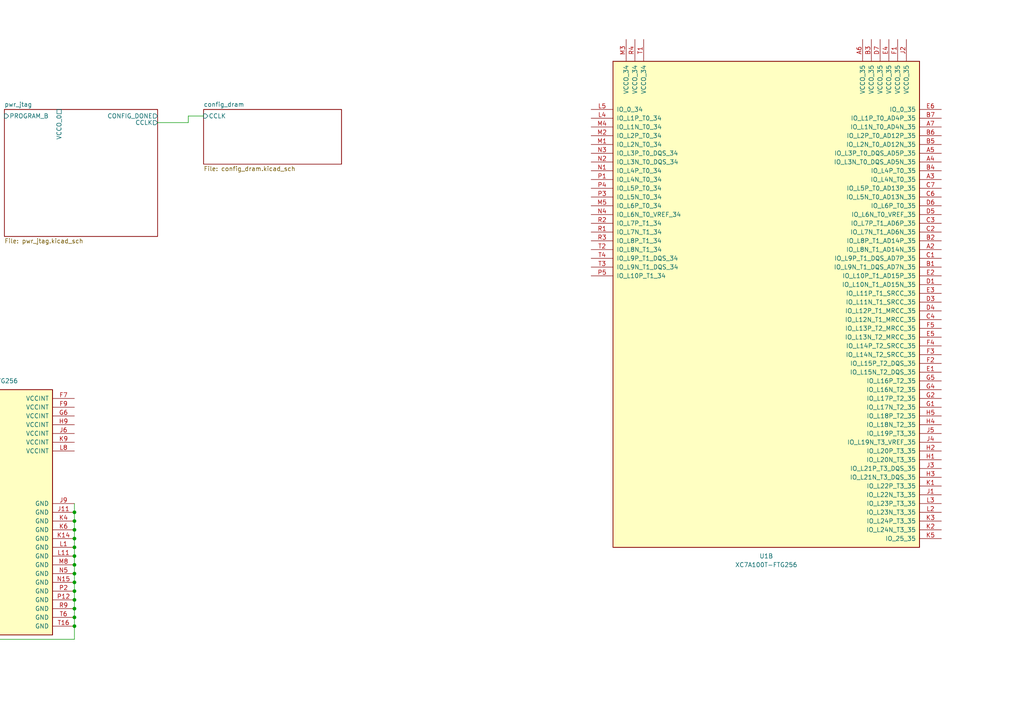
<source format=kicad_sch>
(kicad_sch (version 20211123) (generator eeschema)
  (paper "A4")
  (title_block (title "VGA Centrifuge FPGA board") (rev "R1") (comment 1 "Author: Paolo Celati"))
  (lib_symbols
    (symbol "FPGA_Xilinx_Artix7:XC7A100T-FTG256" (pin_names (offset 1.016))
      (property "Reference" "U" (at 0 1.27 0))
      (property "Value" "XC7A100T-FTG256" (at 0 -1.27 0))
      (symbol "XC7A100T-FTG256_1_1"
        (rectangle (start -44.45 67.31) (end 44.45 -73.66) (stroke (width 0.254)) (fill (type background)))
        (pin bidirectional line (at 50.8 38.1 180) (length 6.35) (name "IO_L3N_T0_DQS_AD1N_15") (number "A10"))
        (pin bidirectional line (at 50.8 27.94 180) (length 6.35) (name "IO_L5N_T0_AD9N_15") (number "A12"))
        (pin bidirectional line (at 50.8 20.32 180) (length 6.35) (name "IO_L7P_T1_AD2P_15") (number "A13"))
        (pin bidirectional line (at 50.8 17.78 180) (length 6.35) (name "IO_L7N_T1_AD2N_15") (number "A14"))
        (pin bidirectional line (at 50.8 7.62 180) (length 6.35) (name "IO_L9N_T1_DQS_AD3N_15") (number "A15"))
        (pin power_in line (at 27.94 73.66 270) (length 6.35) (name "VCCO_15") (number "A16"))
        (pin bidirectional line (at 50.8 45.72 180) (length 6.35) (name "IO_L2P_T0_AD8P_15") (number "A8"))
        (pin bidirectional line (at 50.8 43.18 180) (length 6.35) (name "IO_L2N_T0_AD8N_15") (number "A9"))
        (pin bidirectional line (at 50.8 35.56 180) (length 6.35) (name "IO_L4P_T0_15") (number "B10"))
        (pin bidirectional line (at 50.8 33.02 180) (length 6.35) (name "IO_L4N_T0_15") (number "B11"))
        (pin bidirectional line (at 50.8 30.48 180) (length 6.35) (name "IO_L5P_T0_AD9P_15") (number "B12"))
        (pin power_in line (at 30.48 73.66 270) (length 6.35) (name "VCCO_15") (number "B13"))
        (pin bidirectional line (at 50.8 12.7 180) (length 6.35) (name "IO_L8N_T1_AD10N_15") (number "B14"))
        (pin bidirectional line (at 50.8 10.16 180) (length 6.35) (name "IO_L9P_T1_DQS_AD3P_15") (number "B15"))
        (pin bidirectional line (at 50.8 2.54 180) (length 6.35) (name "IO_L10N_T1_AD11N_15") (number "B16"))
        (pin bidirectional line (at 50.8 40.64 180) (length 6.35) (name "IO_L3P_T0_DQS_AD1P_15") (number "B9"))
        (pin power_in line (at 33.02 73.66 270) (length 6.35) (name "VCCO_15") (number "C10"))
        (pin bidirectional line (at 50.8 0 180) (length 6.35) (name "IO_L11P_T1_SRCC_15") (number "C11"))
        (pin bidirectional line (at 50.8 -2.54 180) (length 6.35) (name "IO_L11N_T1_SRCC_15") (number "C12"))
        (pin bidirectional line (at 50.8 -7.62 180) (length 6.35) (name "IO_L12N_T1_MRCC_15") (number "C13"))
        (pin bidirectional line (at 50.8 15.24 180) (length 6.35) (name "IO_L8P_T1_AD10P_15") (number "C14"))
        (pin bidirectional line (at 50.8 5.08 180) (length 6.35) (name "IO_L10P_T1_AD11P_15") (number "C16"))
        (pin bidirectional line (at 50.8 50.8 180) (length 6.35) (name "IO_L1P_T0_AD0P_15") (number "C8"))
        (pin bidirectional line (at 50.8 48.26 180) (length 6.35) (name "IO_L1N_T0_AD0N_15") (number "C9"))
        (pin bidirectional line (at 50.8 53.34 180) (length 6.35) (name "IO_0_15") (number "D10"))
        (pin bidirectional line (at 50.8 -17.78 180) (length 6.35) (name "IO_L14N_T2_SRCC_15") (number "D11"))
        (pin bidirectional line (at 50.8 -5.08 180) (length 6.35) (name "IO_L12P_T1_MRCC_15") (number "D13"))
        (pin bidirectional line (at 50.8 -20.32 180) (length 6.35) (name "IO_L15P_T2_DQS_15") (number "D14"))
        (pin bidirectional line (at 50.8 -22.86 180) (length 6.35) (name "IO_L15N_T2_DQS_ADV_B_15") (number "D15"))
        (pin bidirectional line (at 50.8 -33.02 180) (length 6.35) (name "IO_L17N_T2_A25_15") (number "D16"))
        (pin bidirectional line (at 50.8 25.4 180) (length 6.35) (name "IO_L6P_T0_15") (number "D8"))
        (pin bidirectional line (at 50.8 22.86 180) (length 6.35) (name "IO_L6N_T0_VREF_15") (number "D9"))
        (pin bidirectional line (at 50.8 -15.24 180) (length 6.35) (name "IO_L14P_T2_SRCC_15") (number "E11"))
        (pin bidirectional line (at 50.8 -10.16 180) (length 6.35) (name "IO_L13P_T2_MRCC_15") (number "E12"))
        (pin bidirectional line (at 50.8 -12.7 180) (length 6.35) (name "IO_L13N_T2_MRCC_15") (number "E13"))
        (pin power_in line (at 35.56 73.66 270) (length 6.35) (name "VCCO_15") (number "E14"))
        (pin bidirectional line (at 50.8 -38.1 180) (length 6.35) (name "IO_L18N_T2_A23_15") (number "E15"))
        (pin bidirectional line (at 50.8 -30.48 180) (length 6.35) (name "IO_L17P_T2_A26_15") (number "E16"))
        (pin bidirectional line (at 50.8 -25.4 180) (length 6.35) (name "IO_L16P_T2_A28_15") (number "F12"))
        (pin bidirectional line (at 50.8 -27.94 180) (length 6.35) (name "IO_L16N_T2_A27_15") (number "F13"))
        (pin bidirectional line (at 50.8 -53.34 180) (length 6.35) (name "IO_L21N_T3_DQS_A18_15") (number "F14"))
        (pin bidirectional line (at 50.8 -35.56 180) (length 6.35) (name "IO_L18P_T2_A24_15") (number "F15"))
        (pin bidirectional line (at 50.8 -71.12 180) (length 6.35) (name "IO_25_15") (number "G11"))
        (pin bidirectional line (at 50.8 -43.18 180) (length 6.35) (name "IO_L19N_T3_A21_VREF_15") (number "G12"))
        (pin bidirectional line (at 50.8 -50.8 180) (length 6.35) (name "IO_L21P_T3_DQS_15") (number "G14"))
        (pin bidirectional line (at 50.8 -68.58 180) (length 6.35) (name "IO_L24N_T3_RS0_15") (number "G15"))
        (pin bidirectional line (at 50.8 -58.42 180) (length 6.35) (name "IO_L22N_T3_A16_15") (number "G16"))
        (pin bidirectional line (at 50.8 -40.64 180) (length 6.35) (name "IO_L19P_T3_A22_15") (number "H11"))
        (pin bidirectional line (at 50.8 -45.72 180) (length 6.35) (name "IO_L20P_T3_A20_15") (number "H12"))
        (pin bidirectional line (at 50.8 -48.26 180) (length 6.35) (name "IO_L20N_T3_A19_15") (number "H13"))
        (pin bidirectional line (at 50.8 -66.04 180) (length 6.35) (name "IO_L24P_T3_RS1_15") (number "H14"))
        (pin power_in line (at 38.1 73.66 270) (length 6.35) (name "VCCO_15") (number "H15"))
        (pin bidirectional line (at 50.8 -55.88 180) (length 6.35) (name "IO_L22P_T3_A17_15") (number "H16"))
        (pin power_in line (at 40.64 73.66 270) (length 6.35) (name "VCCO_15") (number "J12"))
        (pin bidirectional line (at -50.8 50.8 0) (length 6.35) (name "IO_L1P_T0_D00_MOSI_14") (number "J13"))
        (pin bidirectional line (at -50.8 48.26 0) (length 6.35) (name "IO_L1N_T0_D01_DIN_14") (number "J14"))
        (pin bidirectional line (at 50.8 -60.96 180) (length 6.35) (name "IO_L23P_T3_FOE_B_15") (number "J15"))
        (pin bidirectional line (at 50.8 -63.5 180) (length 6.35) (name "IO_L23N_T3_FWE_B_15") (number "J16"))
        (pin bidirectional line (at -50.8 53.34 0) (length 6.35) (name "IO_0_14") (number "K12"))
        (pin bidirectional line (at -50.8 30.48 0) (length 6.35) (name "IO_L5P_T0_D06_14") (number "K13"))
        (pin bidirectional line (at -50.8 45.72 0) (length 6.35) (name "IO_L2P_T0_D02_14") (number "K15"))
        (pin bidirectional line (at -50.8 43.18 0) (length 6.35) (name "IO_L2N_T0_D03_14") (number "K16"))
        (pin bidirectional line (at -50.8 25.4 0) (length 6.35) (name "IO_L6P_T0_FCS_B_14") (number "L12"))
        (pin bidirectional line (at -50.8 27.94 0) (length 6.35) (name "IO_L5N_T0_D07_14") (number "L13"))
        (pin bidirectional line (at -50.8 35.56 0) (length 6.35) (name "IO_L4P_T0_D04_14") (number "L14"))
        (pin bidirectional line (at -50.8 40.64 0) (length 6.35) (name "IO_L3P_T0_DQS_PUDC_B_14") (number "L15"))
        (pin power_in line (at -40.64 73.66 270) (length 6.35) (name "VCCO_14") (number "L16"))
        (pin bidirectional line (at -50.8 22.86 0) (length 6.35) (name "IO_L6N_T0_D08_VREF_14") (number "M12"))
        (pin power_in line (at -38.1 73.66 270) (length 6.35) (name "VCCO_14") (number "M13"))
        (pin bidirectional line (at -50.8 33.02 0) (length 6.35) (name "IO_L4N_T0_D05_14") (number "M14"))
        (pin bidirectional line (at -50.8 38.1 0) (length 6.35) (name "IO_L3N_T0_DQS_EMCCLK_14") (number "M15"))
        (pin bidirectional line (at -50.8 20.32 0) (length 6.35) (name "IO_L7P_T1_D09_14") (number "M16"))
        (pin bidirectional line (at -50.8 -40.64 0) (length 6.35) (name "IO_L19P_T3_A10_D26_14") (number "M6"))
        (pin power_in line (at -35.56 73.66 270) (length 6.35) (name "VCCO_14") (number "N10"))
        (pin bidirectional line (at -50.8 -10.16 0) (length 6.35) (name "IO_L13P_T2_MRCC_14") (number "N11"))
        (pin bidirectional line (at -50.8 -12.7 0) (length 6.35) (name "IO_L13N_T2_MRCC_14") (number "N12"))
        (pin bidirectional line (at -50.8 0 0) (length 6.35) (name "IO_L11P_T1_SRCC_14") (number "N13"))
        (pin bidirectional line (at -50.8 -5.08 0) (length 6.35) (name "IO_L12P_T1_MRCC_14") (number "N14"))
        (pin bidirectional line (at -50.8 17.78 0) (length 6.35) (name "IO_L7N_T1_D10_14") (number "N16"))
        (pin bidirectional line (at -50.8 -43.18 0) (length 6.35) (name "IO_L19N_T3_A09_D25_VREF_14") (number "N6"))
        (pin bidirectional line (at -50.8 -35.56 0) (length 6.35) (name "IO_L18P_T2_A12_D28_14") (number "N9"))
        (pin bidirectional line (at -50.8 -15.24 0) (length 6.35) (name "IO_L14P_T2_SRCC_14") (number "P10"))
        (pin bidirectional line (at -50.8 -17.78 0) (length 6.35) (name "IO_L14N_T2_SRCC_14") (number "P11"))
        (pin bidirectional line (at -50.8 -2.54 0) (length 6.35) (name "IO_L11N_T1_SRCC_14") (number "P13"))
        (pin bidirectional line (at -50.8 -7.62 0) (length 6.35) (name "IO_L12N_T1_MRCC_14") (number "P14"))
        (pin bidirectional line (at -50.8 15.24 0) (length 6.35) (name "IO_L8P_T1_D11_14") (number "P15"))
        (pin bidirectional line (at -50.8 12.7 0) (length 6.35) (name "IO_L8N_T1_D12_14") (number "P16"))
        (pin bidirectional line (at -50.8 -71.12 0) (length 6.35) (name "IO_25_14") (number "P6"))
        (pin power_in line (at -33.02 73.66 270) (length 6.35) (name "VCCO_14") (number "P7"))
        (pin bidirectional line (at -50.8 -45.72 0) (length 6.35) (name "IO_L20P_T3_A08_D24_14") (number "P8"))
        (pin bidirectional line (at -50.8 -38.1 0) (length 6.35) (name "IO_L18N_T2_A11_D27_14") (number "P9"))
        (pin bidirectional line (at -50.8 -30.48 0) (length 6.35) (name "IO_L17P_T2_A14_D30_14") (number "R10"))
        (pin bidirectional line (at -50.8 -33.02 0) (length 6.35) (name "IO_L17N_T2_A13_D29_14") (number "R11"))
        (pin bidirectional line (at -50.8 -20.32 0) (length 6.35) (name "IO_L15P_T2_DQS_RDWR_B_14") (number "R12"))
        (pin bidirectional line (at -50.8 -25.4 0) (length 6.35) (name "IO_L16P_T2_CSI_B_14") (number "R13"))
        (pin power_in line (at -30.48 73.66 270) (length 6.35) (name "VCCO_14") (number "R14"))
        (pin bidirectional line (at -50.8 10.16 0) (length 6.35) (name "IO_L9P_T1_DQS_14") (number "R15"))
        (pin bidirectional line (at -50.8 7.62 0) (length 6.35) (name "IO_L9N_T1_DQS_D13_14") (number "R16"))
        (pin bidirectional line (at -50.8 -60.96 0) (length 6.35) (name "IO_L23P_T3_A03_D19_14") (number "R5"))
        (pin bidirectional line (at -50.8 -66.04 0) (length 6.35) (name "IO_L24P_T3_A01_D17_14") (number "R6"))
        (pin bidirectional line (at -50.8 -68.58 0) (length 6.35) (name "IO_L24N_T3_A00_D16_14") (number "R7"))
        (pin bidirectional line (at -50.8 -48.26 0) (length 6.35) (name "IO_L20N_T3_A07_D23_14") (number "R8"))
        (pin bidirectional line (at -50.8 -58.42 0) (length 6.35) (name "IO_L22N_T3_A04_D20_14") (number "T10"))
        (pin power_in line (at -27.94 73.66 270) (length 6.35) (name "VCCO_14") (number "T11"))
        (pin bidirectional line (at -50.8 -22.86 0) (length 6.35) (name "IO_L15N_T2_DQS_DOUT_CSO_B_14") (number "T12"))
        (pin bidirectional line (at -50.8 -27.94 0) (length 6.35) (name "IO_L16N_T2_A15_D31_14") (number "T13"))
        (pin bidirectional line (at -50.8 5.08 0) (length 6.35) (name "IO_L10P_T1_D14_14") (number "T14"))
        (pin bidirectional line (at -50.8 2.54 0) (length 6.35) (name "IO_L10N_T1_D15_14") (number "T15"))
        (pin bidirectional line (at -50.8 -63.5 0) (length 6.35) (name "IO_L23N_T3_A02_D18_14") (number "T5"))
        (pin bidirectional line (at -50.8 -50.8 0) (length 6.35) (name "IO_L21P_T3_DQS_14") (number "T7"))
        (pin bidirectional line (at -50.8 -53.34 0) (length 6.35) (name "IO_L21N_T3_DQS_A06_D22_14") (number "T8"))
        (pin bidirectional line (at -50.8 -55.88 0) (length 6.35) (name "IO_L22P_T3_A05_D21_14") (number "T9"))
      )
      (symbol "XC7A100T-FTG256_2_1"
        (rectangle (start -44.45 67.31) (end 44.45 -73.66) (stroke (width 0.254)) (fill (type background)))
        (pin bidirectional line (at 50.8 12.7 180) (length 6.35) (name "IO_L8N_T1_AD14N_35") (number "A2"))
        (pin bidirectional line (at 50.8 33.02 180) (length 6.35) (name "IO_L4N_T0_35") (number "A3"))
        (pin bidirectional line (at 50.8 38.1 180) (length 6.35) (name "IO_L3N_T0_DQS_AD5N_35") (number "A4"))
        (pin bidirectional line (at 50.8 40.64 180) (length 6.35) (name "IO_L3P_T0_DQS_AD5P_35") (number "A5"))
        (pin power_in line (at 27.94 73.66 270) (length 6.35) (name "VCCO_35") (number "A6"))
        (pin bidirectional line (at 50.8 48.26 180) (length 6.35) (name "IO_L1N_T0_AD4N_35") (number "A7"))
        (pin bidirectional line (at 50.8 7.62 180) (length 6.35) (name "IO_L9N_T1_DQS_AD7N_35") (number "B1"))
        (pin bidirectional line (at 50.8 15.24 180) (length 6.35) (name "IO_L8P_T1_AD14P_35") (number "B2"))
        (pin power_in line (at 30.48 73.66 270) (length 6.35) (name "VCCO_35") (number "B3"))
        (pin bidirectional line (at 50.8 35.56 180) (length 6.35) (name "IO_L4P_T0_35") (number "B4"))
        (pin bidirectional line (at 50.8 43.18 180) (length 6.35) (name "IO_L2N_T0_AD12N_35") (number "B5"))
        (pin bidirectional line (at 50.8 45.72 180) (length 6.35) (name "IO_L2P_T0_AD12P_35") (number "B6"))
        (pin bidirectional line (at 50.8 50.8 180) (length 6.35) (name "IO_L1P_T0_AD4P_35") (number "B7"))
        (pin bidirectional line (at 50.8 10.16 180) (length 6.35) (name "IO_L9P_T1_DQS_AD7P_35") (number "C1"))
        (pin bidirectional line (at 50.8 17.78 180) (length 6.35) (name "IO_L7N_T1_AD6N_35") (number "C2"))
        (pin bidirectional line (at 50.8 20.32 180) (length 6.35) (name "IO_L7P_T1_AD6P_35") (number "C3"))
        (pin bidirectional line (at 50.8 -7.62 180) (length 6.35) (name "IO_L12N_T1_MRCC_35") (number "C4"))
        (pin bidirectional line (at 50.8 27.94 180) (length 6.35) (name "IO_L5N_T0_AD13N_35") (number "C6"))
        (pin bidirectional line (at 50.8 30.48 180) (length 6.35) (name "IO_L5P_T0_AD13P_35") (number "C7"))
        (pin bidirectional line (at 50.8 2.54 180) (length 6.35) (name "IO_L10N_T1_AD15N_35") (number "D1"))
        (pin bidirectional line (at 50.8 -2.54 180) (length 6.35) (name "IO_L11N_T1_SRCC_35") (number "D3"))
        (pin bidirectional line (at 50.8 -5.08 180) (length 6.35) (name "IO_L12P_T1_MRCC_35") (number "D4"))
        (pin bidirectional line (at 50.8 22.86 180) (length 6.35) (name "IO_L6N_T0_VREF_35") (number "D5"))
        (pin bidirectional line (at 50.8 25.4 180) (length 6.35) (name "IO_L6P_T0_35") (number "D6"))
        (pin power_in line (at 33.02 73.66 270) (length 6.35) (name "VCCO_35") (number "D7"))
        (pin bidirectional line (at 50.8 -22.86 180) (length 6.35) (name "IO_L15N_T2_DQS_35") (number "E1"))
        (pin bidirectional line (at 50.8 5.08 180) (length 6.35) (name "IO_L10P_T1_AD15P_35") (number "E2"))
        (pin bidirectional line (at 50.8 0 180) (length 6.35) (name "IO_L11P_T1_SRCC_35") (number "E3"))
        (pin power_in line (at 35.56 73.66 270) (length 6.35) (name "VCCO_35") (number "E4"))
        (pin bidirectional line (at 50.8 -12.7 180) (length 6.35) (name "IO_L13N_T2_MRCC_35") (number "E5"))
        (pin bidirectional line (at 50.8 53.34 180) (length 6.35) (name "IO_0_35") (number "E6"))
        (pin power_in line (at 38.1 73.66 270) (length 6.35) (name "VCCO_35") (number "F1"))
        (pin bidirectional line (at 50.8 -20.32 180) (length 6.35) (name "IO_L15P_T2_DQS_35") (number "F2"))
        (pin bidirectional line (at 50.8 -17.78 180) (length 6.35) (name "IO_L14N_T2_SRCC_35") (number "F3"))
        (pin bidirectional line (at 50.8 -15.24 180) (length 6.35) (name "IO_L14P_T2_SRCC_35") (number "F4"))
        (pin bidirectional line (at 50.8 -10.16 180) (length 6.35) (name "IO_L13P_T2_MRCC_35") (number "F5"))
        (pin bidirectional line (at 50.8 -33.02 180) (length 6.35) (name "IO_L17N_T2_35") (number "G1"))
        (pin bidirectional line (at 50.8 -30.48 180) (length 6.35) (name "IO_L17P_T2_35") (number "G2"))
        (pin bidirectional line (at 50.8 -27.94 180) (length 6.35) (name "IO_L16N_T2_35") (number "G4"))
        (pin bidirectional line (at 50.8 -25.4 180) (length 6.35) (name "IO_L16P_T2_35") (number "G5"))
        (pin bidirectional line (at 50.8 -48.26 180) (length 6.35) (name "IO_L20N_T3_35") (number "H1"))
        (pin bidirectional line (at 50.8 -45.72 180) (length 6.35) (name "IO_L20P_T3_35") (number "H2"))
        (pin bidirectional line (at 50.8 -53.34 180) (length 6.35) (name "IO_L21N_T3_DQS_35") (number "H3"))
        (pin bidirectional line (at 50.8 -38.1 180) (length 6.35) (name "IO_L18N_T2_35") (number "H4"))
        (pin bidirectional line (at 50.8 -35.56 180) (length 6.35) (name "IO_L18P_T2_35") (number "H5"))
        (pin bidirectional line (at 50.8 -58.42 180) (length 6.35) (name "IO_L22N_T3_35") (number "J1"))
        (pin power_in line (at 40.64 73.66 270) (length 6.35) (name "VCCO_35") (number "J2"))
        (pin bidirectional line (at 50.8 -50.8 180) (length 6.35) (name "IO_L21P_T3_DQS_35") (number "J3"))
        (pin bidirectional line (at 50.8 -43.18 180) (length 6.35) (name "IO_L19N_T3_VREF_35") (number "J4"))
        (pin bidirectional line (at 50.8 -40.64 180) (length 6.35) (name "IO_L19P_T3_35") (number "J5"))
        (pin bidirectional line (at 50.8 -55.88 180) (length 6.35) (name "IO_L22P_T3_35") (number "K1"))
        (pin bidirectional line (at 50.8 -68.58 180) (length 6.35) (name "IO_L24N_T3_35") (number "K2"))
        (pin bidirectional line (at 50.8 -66.04 180) (length 6.35) (name "IO_L24P_T3_35") (number "K3"))
        (pin bidirectional line (at 50.8 -71.12 180) (length 6.35) (name "IO_25_35") (number "K5"))
        (pin bidirectional line (at 50.8 -63.5 180) (length 6.35) (name "IO_L23N_T3_35") (number "L2"))
        (pin bidirectional line (at 50.8 -60.96 180) (length 6.35) (name "IO_L23P_T3_35") (number "L3"))
        (pin bidirectional line (at -50.8 50.8 0) (length 6.35) (name "IO_L1P_T0_34") (number "L4"))
        (pin bidirectional line (at -50.8 53.34 0) (length 6.35) (name "IO_0_34") (number "L5"))
        (pin bidirectional line (at -50.8 43.18 0) (length 6.35) (name "IO_L2N_T0_34") (number "M1"))
        (pin bidirectional line (at -50.8 45.72 0) (length 6.35) (name "IO_L2P_T0_34") (number "M2"))
        (pin power_in line (at -40.64 73.66 270) (length 6.35) (name "VCCO_34") (number "M3"))
        (pin bidirectional line (at -50.8 48.26 0) (length 6.35) (name "IO_L1N_T0_34") (number "M4"))
        (pin bidirectional line (at -50.8 25.4 0) (length 6.35) (name "IO_L6P_T0_34") (number "M5"))
        (pin bidirectional line (at -50.8 35.56 0) (length 6.35) (name "IO_L4P_T0_34") (number "N1"))
        (pin bidirectional line (at -50.8 38.1 0) (length 6.35) (name "IO_L3N_T0_DQS_34") (number "N2"))
        (pin bidirectional line (at -50.8 40.64 0) (length 6.35) (name "IO_L3P_T0_DQS_34") (number "N3"))
        (pin bidirectional line (at -50.8 22.86 0) (length 6.35) (name "IO_L6N_T0_VREF_34") (number "N4"))
        (pin bidirectional line (at -50.8 33.02 0) (length 6.35) (name "IO_L4N_T0_34") (number "P1"))
        (pin bidirectional line (at -50.8 27.94 0) (length 6.35) (name "IO_L5N_T0_34") (number "P3"))
        (pin bidirectional line (at -50.8 30.48 0) (length 6.35) (name "IO_L5P_T0_34") (number "P4"))
        (pin bidirectional line (at -50.8 5.08 0) (length 6.35) (name "IO_L10P_T1_34") (number "P5"))
        (pin bidirectional line (at -50.8 17.78 0) (length 6.35) (name "IO_L7N_T1_34") (number "R1"))
        (pin bidirectional line (at -50.8 20.32 0) (length 6.35) (name "IO_L7P_T1_34") (number "R2"))
        (pin bidirectional line (at -50.8 15.24 0) (length 6.35) (name "IO_L8P_T1_34") (number "R3"))
        (pin power_in line (at -38.1 73.66 270) (length 6.35) (name "VCCO_34") (number "R4"))
        (pin power_in line (at -35.56 73.66 270) (length 6.35) (name "VCCO_34") (number "T1"))
        (pin bidirectional line (at -50.8 12.7 0) (length 6.35) (name "IO_L8N_T1_34") (number "T2"))
        (pin bidirectional line (at -50.8 7.62 0) (length 6.35) (name "IO_L9N_T1_DQS_34") (number "T3"))
        (pin bidirectional line (at -50.8 10.16 0) (length 6.35) (name "IO_L9P_T1_DQS_34") (number "T4"))
      )
      (symbol "XC7A100T-FTG256_3_1"
        (rectangle (start -31.75 34.29) (end 31.75 -40.64) (stroke (width 0.254)) (fill (type background)))
        (pin bidirectional line (at 38.1 -15.24 180) (length 6.35) (name "CFGBVS_0") (number "E7"))
        (pin bidirectional line (at 38.1 7.62 180) (length 6.35) (name "CCLK_0") (number "E8"))
        (pin bidirectional line (at 38.1 -5.08 180) (length 6.35) (name "DONE_0") (number "H10"))
        (pin bidirectional line (at 38.1 -30.48 180) (length 6.35) (name "VREFN_0") (number "H7"))
        (pin bidirectional line (at 38.1 -20.32 180) (length 6.35) (name "VP_0") (number "H8"))
        (pin bidirectional line (at 38.1 -22.86 180) (length 6.35) (name "VN_0") (number "J7"))
        (pin bidirectional line (at 38.1 -27.94 180) (length 6.35) (name "VREFP_0") (number "J8"))
        (pin bidirectional line (at 38.1 -7.62 180) (length 6.35) (name "INIT_B_0") (number "K10"))
        (pin bidirectional line (at 38.1 -38.1 180) (length 6.35) (name "DXN_0") (number "K7"))
        (pin bidirectional line (at 38.1 -35.56 180) (length 6.35) (name "DXP_0") (number "K8"))
        (pin power_in line (at 27.94 40.64 270) (length 6.35) (name "VCCO_0") (number "L6"))
        (pin bidirectional line (at 38.1 12.7 180) (length 6.35) (name "TCK_0") (number "L7"))
        (pin bidirectional line (at 38.1 -10.16 180) (length 6.35) (name "PROGRAM_B_0") (number "L9"))
        (pin bidirectional line (at 38.1 2.54 180) (length 6.35) (name "M1_0") (number "M10"))
        (pin bidirectional line (at 38.1 0 180) (length 6.35) (name "M2_0") (number "M11"))
        (pin bidirectional line (at 38.1 15.24 180) (length 6.35) (name "TMS_0") (number "M7"))
        (pin bidirectional line (at 38.1 5.08 180) (length 6.35) (name "M0_0") (number "M9"))
        (pin bidirectional line (at 38.1 20.32 180) (length 6.35) (name "TDI_0") (number "N7"))
        (pin bidirectional line (at 38.1 17.78 180) (length 6.35) (name "TDO_0") (number "N8"))
      )
      (symbol "XC7A100T-FTG256_4_1"
        (rectangle (start -19.05 35.56) (end 19.05 -35.56) (stroke (width 0.254)) (fill (type background)))
        (pin power_in line (at -25.4 2.54 0) (length 6.35) (name "GND") (number "A1"))
        (pin power_in line (at -25.4 0 0) (length 6.35) (name "GND") (number "A11"))
        (pin power_in line (at -25.4 -2.54 0) (length 6.35) (name "GND") (number "B8"))
        (pin power_in line (at -25.4 -7.62 0) (length 6.35) (name "GND") (number "C15"))
        (pin power_in line (at -25.4 -5.08 0) (length 6.35) (name "GND") (number "C5"))
        (pin power_in line (at -25.4 -12.7 0) (length 6.35) (name "GND") (number "D12"))
        (pin power_in line (at -25.4 -10.16 0) (length 6.35) (name "GND") (number "D2"))
        (pin power_in line (at -25.4 12.7 0) (length 6.35) (name "VCCBRAM") (number "E10"))
        (pin power_in line (at -25.4 -15.24 0) (length 6.35) (name "GND") (number "E9"))
        (pin power_in line (at -25.4 -20.32 0) (length 6.35) (name "GND") (number "F10"))
        (pin power_in line (at -25.4 10.16 0) (length 6.35) (name "VCCBRAM") (number "F11"))
        (pin power_in line (at -25.4 -22.86 0) (length 6.35) (name "GND") (number "F16"))
        (pin power_in line (at -25.4 -17.78 0) (length 6.35) (name "GND") (number "F6"))
        (pin power_in line (at 25.4 33.02 180) (length 6.35) (name "VCCINT") (number "F7"))
        (pin power_in line (at -25.4 15.24 0) (length 6.35) (name "VCCBATT_0") (number "F8"))
        (pin power_in line (at 25.4 30.48 180) (length 6.35) (name "VCCINT") (number "F9"))
        (pin power_in line (at -25.4 33.02 0) (length 6.35) (name "VCCAUX") (number "G10"))
        (pin power_in line (at -25.4 -30.48 0) (length 6.35) (name "GND") (number "G13"))
        (pin power_in line (at -25.4 -25.4 0) (length 6.35) (name "GND") (number "G3"))
        (pin power_in line (at 25.4 27.94 180) (length 6.35) (name "VCCINT") (number "G6"))
        (pin power_in line (at -25.4 20.32 0) (length 6.35) (name "GNDADC_0") (number "G7"))
        (pin power_in line (at -25.4 17.78 0) (length 6.35) (name "VCCADC_0") (number "G8"))
        (pin power_in line (at -25.4 -27.94 0) (length 6.35) (name "GND") (number "G9"))
        (pin power_in line (at -25.4 -33.02 0) (length 6.35) (name "GND") (number "H6"))
        (pin power_in line (at 25.4 25.4 180) (length 6.35) (name "VCCINT") (number "H9"))
        (pin power_in line (at -25.4 30.48 0) (length 6.35) (name "VCCAUX") (number "J10"))
        (pin power_in line (at 25.4 0 180) (length 6.35) (name "GND") (number "J11"))
        (pin power_in line (at 25.4 22.86 180) (length 6.35) (name "VCCINT") (number "J6"))
        (pin power_in line (at 25.4 2.54 180) (length 6.35) (name "GND") (number "J9"))
        (pin power_in line (at -25.4 27.94 0) (length 6.35) (name "VCCAUX") (number "K11"))
        (pin power_in line (at 25.4 -7.62 180) (length 6.35) (name "GND") (number "K14"))
        (pin power_in line (at 25.4 -2.54 180) (length 6.35) (name "GND") (number "K4"))
        (pin power_in line (at 25.4 -5.08 180) (length 6.35) (name "GND") (number "K6"))
        (pin power_in line (at 25.4 20.32 180) (length 6.35) (name "VCCINT") (number "K9"))
        (pin power_in line (at 25.4 -10.16 180) (length 6.35) (name "GND") (number "L1"))
        (pin power_in line (at -25.4 25.4 0) (length 6.35) (name "VCCAUX") (number "L10"))
        (pin power_in line (at 25.4 -12.7 180) (length 6.35) (name "GND") (number "L11"))
        (pin power_in line (at 25.4 17.78 180) (length 6.35) (name "VCCINT") (number "L8"))
        (pin power_in line (at 25.4 -15.24 180) (length 6.35) (name "GND") (number "M8"))
        (pin power_in line (at 25.4 -20.32 180) (length 6.35) (name "GND") (number "N15"))
        (pin power_in line (at 25.4 -17.78 180) (length 6.35) (name "GND") (number "N5"))
        (pin power_in line (at 25.4 -25.4 180) (length 6.35) (name "GND") (number "P12"))
        (pin power_in line (at 25.4 -22.86 180) (length 6.35) (name "GND") (number "P2"))
        (pin power_in line (at 25.4 -27.94 180) (length 6.35) (name "GND") (number "R9"))
        (pin power_in line (at 25.4 -33.02 180) (length 6.35) (name "GND") (number "T16"))
        (pin power_in line (at 25.4 -30.48 180) (length 6.35) (name "GND") (number "T6"))
      )
    )
    (symbol "power:GND" (power) (pin_names (offset 0))
      (property "Value" "GND" (at 0 -3.81 0))
      (symbol "GND_0_1"
        (polyline (pts (xy 0 0) (xy 0 -1.27) (xy 1.27 -1.27) (xy 0 -2.54) (xy -1.27 -1.27) (xy 0 -1.27)))
      )
      (symbol "GND_1_1"
        (pin power_in line (at 0 0 270) (length 0) hide (name "GND") (number "1"))
      )
    )
  )
  (junction (at -29.21 179.07))
  (junction (at -29.21 158.75))
  (junction (at 21.59 179.07))
  (junction (at 21.59 181.61))
  (junction (at 21.59 161.29))
  (junction (at -29.21 173.99))
  (junction (at 21.59 158.75))
  (junction (at 21.59 176.53))
  (junction (at 21.59 151.13))
  (junction (at -29.21 176.53))
  (junction (at 21.59 163.83))
  (junction (at -29.21 181.61))
  (junction (at -29.21 153.67))
  (junction (at -29.21 166.37))
  (junction (at -29.21 151.13))
  (junction (at 21.59 156.21))
  (junction (at 21.59 168.91))
  (junction (at -29.21 161.29))
  (junction (at -29.21 163.83))
  (junction (at 21.59 171.45))
  (junction (at -29.21 156.21))
  (junction (at 21.59 148.59))
  (junction (at -29.21 168.91))
  (junction (at 21.59 173.99))
  (junction (at -29.21 148.59))
  (junction (at 21.59 166.37))
  (junction (at 21.59 153.67))
  (junction (at -29.21 185.42))
  (junction (at -29.21 171.45))
  (bus_entry (at 404.495 41.91) (size 2.54 2.54))
  (wire (pts (xy -29.21 166.37) (xy -29.21 168.91)))
  (wire (pts (xy 21.59 176.53) (xy 21.59 179.07)))
  (wire (pts (xy -29.21 156.21) (xy -29.21 158.75)))
  (wire (pts (xy 21.59 171.45) (xy 21.59 173.99)))
  (wire (pts (xy -29.21 176.53) (xy -29.21 179.07)))
  (wire (pts (xy -29.21 153.67) (xy -29.21 156.21)))
  (wire (pts (xy -29.21 168.91) (xy -29.21 171.45)))
  (wire (pts (xy 21.59 185.42) (xy -29.21 185.42)))
  (wire (pts (xy 21.59 166.37) (xy 21.59 168.91)))
  (wire (pts (xy -29.21 161.29) (xy -29.21 163.83)))
  (wire (pts (xy 54.61 33.655) (xy 59.055 33.655)))
  (wire (pts (xy 21.59 179.07) (xy 21.59 181.61)))
  (wire (pts (xy 21.59 158.75) (xy 21.59 161.29)))
  (wire (pts (xy -29.21 158.75) (xy -29.21 161.29)))
  (wire (pts (xy 21.59 161.29) (xy 21.59 163.83)))
  (wire (pts (xy -29.21 171.45) (xy -29.21 173.99)))
  (wire (pts (xy 21.59 146.05) (xy 21.59 148.59)))
  (wire (pts (xy -29.21 173.99) (xy -29.21 176.53)))
  (wire (pts (xy -29.21 146.05) (xy -29.21 148.59)))
  (wire (pts (xy -29.21 185.42) (xy -29.21 187.96)))
  (wire (pts (xy -29.21 163.83) (xy -29.21 166.37)))
  (wire (pts (xy -29.21 181.61) (xy -29.21 185.42)))
  (wire (pts (xy -29.21 148.59) (xy -29.21 151.13)))
  (wire (pts (xy 21.59 181.61) (xy 21.59 185.42)))
  (wire (pts (xy 21.59 168.91) (xy 21.59 171.45)))
  (wire (pts (xy 21.59 156.21) (xy 21.59 158.75)))
  (wire (pts (xy 45.72 35.56) (xy 54.61 35.56)))
  (wire (pts (xy 21.59 163.83) (xy 21.59 166.37)))
  (wire (pts (xy 21.59 151.13) (xy 21.59 153.67)))
  (wire (pts (xy 21.59 153.67) (xy 21.59 156.21)))
  (wire (pts (xy 54.61 35.56) (xy 54.61 33.655)))
  (wire (pts (xy -29.21 151.13) (xy -29.21 153.67)))
  (wire (pts (xy -29.21 179.07) (xy -29.21 181.61)))
  (wire (pts (xy 21.59 148.59) (xy 21.59 151.13)))
  (wire (pts (xy 21.59 173.99) (xy 21.59 176.53)))
  (symbol (lib_id "FPGA_Xilinx_Artix7:XC7A100T-FTG256") (at -3.81 148.59 0) (unit 4)
    (property "Reference" "U1" (at -3.81 107.95 0))
    (property "Value" "XC7A100T-FTG256" (at -3.81 110.49 0))
    (property "Footprint" "Package_BGA:Xilinx_FTG256" (effects hide))
  )
  (symbol (lib_id "power:GND") (at -29.21 187.96 0) (unit 1)
    (property "Reference" "#PWR0109" (effects hide))
    (property "Value" "GND" (at -29.21 193.04 0))
  )
  (symbol (lib_id "FPGA_Xilinx_Artix7:XC7A100T-FTG256") (at 222.25 85.09 0) (unit 2)
    (property "Reference" "U1" (at 222.25 161.29 0))
    (property "Value" "XC7A100T-FTG256" (at 222.25 163.83 0))
    (property "Footprint" "Package_BGA:Xilinx_FTG256" (effects hide))
  )
  (sheet (at 59.055 31.75) (size 40.005 15.875) (stroke (width 0.1524))
    (property "Sheet name" "config_dram" (at 59.055 31.0384 0) (effects (justify left bottom)))
    (property "Sheet file" "config_dram.kicad_sch" (at 59.055 48.2096 0) (effects (justify left top)))
    (pin "CCLK" input (at 59.055 33.655 180))
  )
  (sheet (at 1.27 31.75) (size 44.45 36.83) (stroke (width 0.1524))
    (property "Sheet name" "pwr_jtag" (at 1.27 31.0384 0) (effects (justify left bottom)))
    (property "Sheet file" "pwr_jtag.kicad_sch" (at 1.27 69.1646 0) (effects (justify left top)))
    (pin "CONFIG_DONE" output (at 45.72 33.655 0))
    (pin "PROGRAM_B" input (at 1.27 33.655 180))
    (pin "VCCO_0" passive (at 17.145 31.75 90))
    (pin "CCLK" output (at 45.72 35.56 0))
  )
)
</source>
